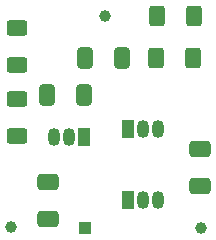
<source format=gts>
%TF.GenerationSoftware,KiCad,Pcbnew,8.0.5*%
%TF.CreationDate,2025-01-09T17:24:21-08:00*%
%TF.ProjectId,hyperion,68797065-7269-46f6-9e2e-6b696361645f,rev?*%
%TF.SameCoordinates,Original*%
%TF.FileFunction,Soldermask,Top*%
%TF.FilePolarity,Negative*%
%FSLAX46Y46*%
G04 Gerber Fmt 4.6, Leading zero omitted, Abs format (unit mm)*
G04 Created by KiCad (PCBNEW 8.0.5) date 2025-01-09 17:24:21*
%MOMM*%
%LPD*%
G01*
G04 APERTURE LIST*
G04 Aperture macros list*
%AMRoundRect*
0 Rectangle with rounded corners*
0 $1 Rounding radius*
0 $2 $3 $4 $5 $6 $7 $8 $9 X,Y pos of 4 corners*
0 Add a 4 corners polygon primitive as box body*
4,1,4,$2,$3,$4,$5,$6,$7,$8,$9,$2,$3,0*
0 Add four circle primitives for the rounded corners*
1,1,$1+$1,$2,$3*
1,1,$1+$1,$4,$5*
1,1,$1+$1,$6,$7*
1,1,$1+$1,$8,$9*
0 Add four rect primitives between the rounded corners*
20,1,$1+$1,$2,$3,$4,$5,0*
20,1,$1+$1,$4,$5,$6,$7,0*
20,1,$1+$1,$6,$7,$8,$9,0*
20,1,$1+$1,$8,$9,$2,$3,0*%
G04 Aperture macros list end*
%ADD10RoundRect,0.250000X-0.412500X-0.650000X0.412500X-0.650000X0.412500X0.650000X-0.412500X0.650000X0*%
%ADD11RoundRect,0.250000X0.400000X0.625000X-0.400000X0.625000X-0.400000X-0.625000X0.400000X-0.625000X0*%
%ADD12RoundRect,0.250000X-0.625000X0.400000X-0.625000X-0.400000X0.625000X-0.400000X0.625000X0.400000X0*%
%ADD13O,1.050000X1.500000*%
%ADD14R,1.050000X1.500000*%
%ADD15C,1.000000*%
%ADD16R,1.000000X1.000000*%
%ADD17RoundRect,0.250000X0.650000X-0.412500X0.650000X0.412500X-0.650000X0.412500X-0.650000X-0.412500X0*%
%ADD18RoundRect,0.250000X0.625000X-0.400000X0.625000X0.400000X-0.625000X0.400000X-0.625000X-0.400000X0*%
%ADD19RoundRect,0.250000X-0.650000X0.412500X-0.650000X-0.412500X0.650000X-0.412500X0.650000X0.412500X0*%
G04 APERTURE END LIST*
D10*
%TO.C,C2*%
X131596600Y-114300000D03*
X134721600Y-114300000D03*
%TD*%
D11*
%TO.C,R5*%
X143891600Y-111201200D03*
X140791600Y-111201200D03*
%TD*%
D12*
%TO.C,R2*%
X129032000Y-117780400D03*
X129032000Y-114680400D03*
%TD*%
D13*
%TO.C,Q1*%
X132181600Y-117856000D03*
X133451600Y-117856000D03*
D14*
X134721600Y-117856000D03*
%TD*%
D15*
%TO.C,TP2*%
X136499600Y-107645200D03*
%TD*%
D16*
%TO.C,TP3*%
X134825200Y-125603200D03*
%TD*%
D15*
%TO.C,TP4*%
X144627600Y-125603200D03*
%TD*%
D14*
%TO.C,Q3*%
X138430000Y-117195600D03*
D13*
X139700000Y-117195600D03*
X140970000Y-117195600D03*
%TD*%
%TO.C,Q2*%
X140970000Y-123190000D03*
X139700000Y-123190000D03*
D14*
X138430000Y-123190000D03*
%TD*%
D10*
%TO.C,C3*%
X137909700Y-111201200D03*
X134784700Y-111201200D03*
%TD*%
D15*
%TO.C,TP1*%
X128524000Y-125476000D03*
%TD*%
D17*
%TO.C,C1*%
X131622800Y-121678300D03*
X131622800Y-124803300D03*
%TD*%
D18*
%TO.C,R3*%
X129032000Y-111761200D03*
X129032000Y-108661200D03*
%TD*%
D11*
%TO.C,R4*%
X143993200Y-107645200D03*
X140893200Y-107645200D03*
%TD*%
D19*
%TO.C,C4*%
X144526000Y-122034900D03*
X144526000Y-118909900D03*
%TD*%
M02*

</source>
